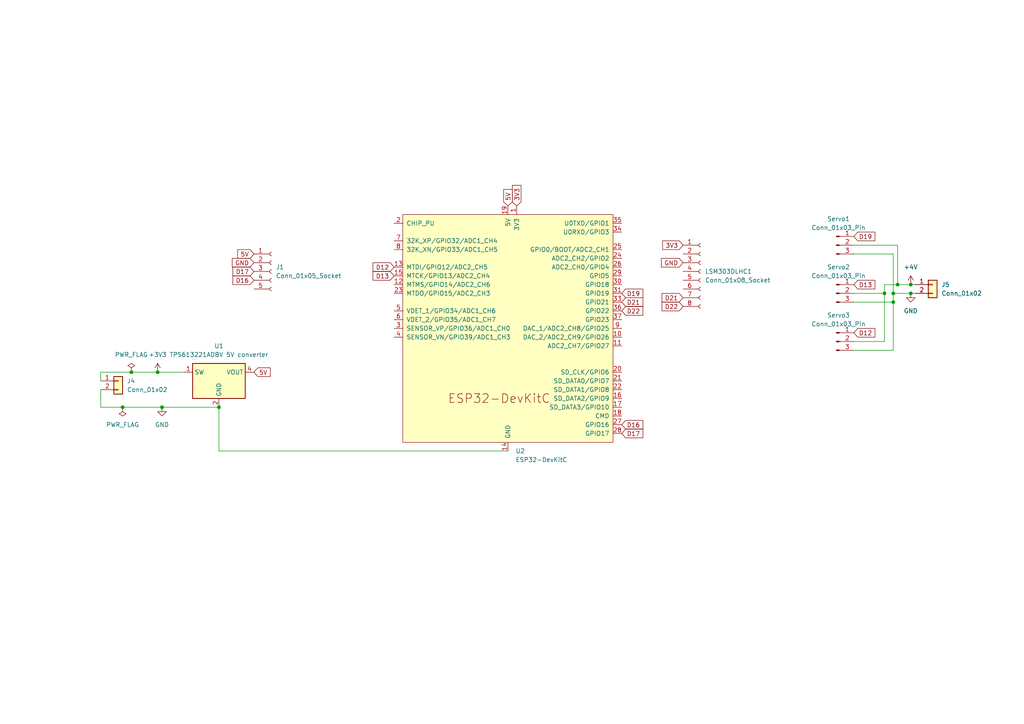
<source format=kicad_sch>
(kicad_sch (version 20230121) (generator eeschema)
  (paper "A4")
  (title_block (title "Glider") (date "2024-11-10"))
  (lib_symbols
    (symbol "Connector:Conn_01x03_Pin" (pin_names (offset 1.016) hide)
      (property "Reference" "J" (at 0 5.08 0))
      (property "Value" "Conn_01x03_Pin" (at 0 -5.08 0))
      (symbol "Conn_01x03_Pin_1_1"
        (polyline (pts (xy 1.27 -2.54) (xy 0.8636 -2.54)) (stroke (width 0.1524)))
        (polyline (pts (xy 1.27 0) (xy 0.8636 0)) (stroke (width 0.1524)))
        (polyline (pts (xy 1.27 2.54) (xy 0.8636 2.54)) (stroke (width 0.1524)))
        (rectangle (start 0.8636 -2.413) (end 0 -2.667) (stroke (width 0.1524)) (fill (type outline)))
        (rectangle (start 0.8636 0.127) (end 0 -0.127) (stroke (width 0.1524)) (fill (type outline)))
        (rectangle (start 0.8636 2.667) (end 0 2.413) (stroke (width 0.1524)) (fill (type outline)))
        (pin passive line (at 5.08 2.54 180) (length 3.81) (name "Pin_1") (number "1"))
        (pin passive line (at 5.08 0 180) (length 3.81) (name "Pin_2") (number "2"))
        (pin passive line (at 5.08 -2.54 180) (length 3.81) (name "Pin_3") (number "3"))
      )
    )
    (symbol "Connector:Conn_01x05_Socket" (pin_names (offset 1.016) hide)
      (property "Reference" "J" (at 0 7.62 0))
      (property "Value" "Conn_01x05_Socket" (at 0 -7.62 0))
      (symbol "Conn_01x05_Socket_1_1"
        (arc (start 0 -4.572) (mid -0.5058 -5.08) (end 0 -5.588) (stroke (width 0.1524)))
        (arc (start 0 -2.032) (mid -0.5058 -2.54) (end 0 -3.048) (stroke (width 0.1524)))
        (polyline (pts (xy -1.27 -5.08) (xy -0.508 -5.08)) (stroke (width 0.1524)))
        (polyline (pts (xy -1.27 -2.54) (xy -0.508 -2.54)) (stroke (width 0.1524)))
        (polyline (pts (xy -1.27 0) (xy -0.508 0)) (stroke (width 0.1524)))
        (polyline (pts (xy -1.27 2.54) (xy -0.508 2.54)) (stroke (width 0.1524)))
        (polyline (pts (xy -1.27 5.08) (xy -0.508 5.08)) (stroke (width 0.1524)))
        (arc (start 0 0.508) (mid -0.5058 0) (end 0 -0.508) (stroke (width 0.1524)))
        (arc (start 0 3.048) (mid -0.5058 2.54) (end 0 2.032) (stroke (width 0.1524)))
        (arc (start 0 5.588) (mid -0.5058 5.08) (end 0 4.572) (stroke (width 0.1524)))
        (pin passive line (at -5.08 5.08 0) (length 3.81) (name "Pin_1") (number "1"))
        (pin passive line (at -5.08 2.54 0) (length 3.81) (name "Pin_2") (number "2"))
        (pin passive line (at -5.08 0 0) (length 3.81) (name "Pin_3") (number "3"))
        (pin passive line (at -5.08 -2.54 0) (length 3.81) (name "Pin_4") (number "4"))
        (pin passive line (at -5.08 -5.08 0) (length 3.81) (name "Pin_5") (number "5"))
      )
    )
    (symbol "Connector:Conn_01x08_Socket" (pin_names (offset 1.016) hide)
      (property "Reference" "J" (at 0 10.16 0))
      (property "Value" "Conn_01x08_Socket" (at 0 -12.7 0))
      (symbol "Conn_01x08_Socket_1_1"
        (arc (start 0 -9.652) (mid -0.5058 -10.16) (end 0 -10.668) (stroke (width 0.1524)))
        (arc (start 0 -7.112) (mid -0.5058 -7.62) (end 0 -8.128) (stroke (width 0.1524)))
        (arc (start 0 -4.572) (mid -0.5058 -5.08) (end 0 -5.588) (stroke (width 0.1524)))
        (arc (start 0 -2.032) (mid -0.5058 -2.54) (end 0 -3.048) (stroke (width 0.1524)))
        (polyline (pts (xy -1.27 -10.16) (xy -0.508 -10.16)) (stroke (width 0.1524)))
        (polyline (pts (xy -1.27 -7.62) (xy -0.508 -7.62)) (stroke (width 0.1524)))
        (polyline (pts (xy -1.27 -5.08) (xy -0.508 -5.08)) (stroke (width 0.1524)))
        (polyline (pts (xy -1.27 -2.54) (xy -0.508 -2.54)) (stroke (width 0.1524)))
        (polyline (pts (xy -1.27 0) (xy -0.508 0)) (stroke (width 0.1524)))
        (polyline (pts (xy -1.27 2.54) (xy -0.508 2.54)) (stroke (width 0.1524)))
        (polyline (pts (xy -1.27 5.08) (xy -0.508 5.08)) (stroke (width 0.1524)))
        (polyline (pts (xy -1.27 7.62) (xy -0.508 7.62)) (stroke (width 0.1524)))
        (arc (start 0 0.508) (mid -0.5058 0) (end 0 -0.508) (stroke (width 0.1524)))
        (arc (start 0 3.048) (mid -0.5058 2.54) (end 0 2.032) (stroke (width 0.1524)))
        (arc (start 0 5.588) (mid -0.5058 5.08) (end 0 4.572) (stroke (width 0.1524)))
        (arc (start 0 8.128) (mid -0.5058 7.62) (end 0 7.112) (stroke (width 0.1524)))
        (pin passive line (at -5.08 7.62 0) (length 3.81) (name "Pin_1") (number "1"))
        (pin passive line (at -5.08 5.08 0) (length 3.81) (name "Pin_2") (number "2"))
        (pin passive line (at -5.08 2.54 0) (length 3.81) (name "Pin_3") (number "3"))
        (pin passive line (at -5.08 0 0) (length 3.81) (name "Pin_4") (number "4"))
        (pin passive line (at -5.08 -2.54 0) (length 3.81) (name "Pin_5") (number "5"))
        (pin passive line (at -5.08 -5.08 0) (length 3.81) (name "Pin_6") (number "6"))
        (pin passive line (at -5.08 -7.62 0) (length 3.81) (name "Pin_7") (number "7"))
        (pin passive line (at -5.08 -10.16 0) (length 3.81) (name "Pin_8") (number "8"))
      )
    )
    (symbol "Connector_Generic:Conn_01x02" (pin_names (offset 1.016) hide)
      (property "Reference" "J" (at 0 2.54 0))
      (property "Value" "Conn_01x02" (at 0 -5.08 0))
      (symbol "Conn_01x02_1_1"
        (rectangle (start -1.27 -2.413) (end 0 -2.667) (stroke (width 0.1524)))
        (rectangle (start -1.27 0.127) (end 0 -0.127) (stroke (width 0.1524)))
        (rectangle (start -1.27 1.27) (end 1.27 -3.81) (stroke (width 0.254)) (fill (type background)))
        (pin passive line (at -5.08 0 0) (length 3.81) (name "Pin_1") (number "1"))
        (pin passive line (at -5.08 -2.54 0) (length 3.81) (name "Pin_2") (number "2"))
      )
    )
    (symbol "PCM_Espressif:ESP32-DevKitC" (pin_names (offset 1.016))
      (property "Reference" "U" (at -30.48 38.1 0))
      (property "Value" "ESP32-DevKitC" (at -30.48 35.56 0))
      (symbol "ESP32-DevKitC_0_0"
        (text "ESP32-DevKitC" (at -2.54 -20.32 0) (effects (font (size 2.54 2.54))))
        (pin power_in line (at 0 -35.56 90) (length 2.54) (name "GND") (number "14"))
        (pin power_in line (at 0 35.56 270) (length 2.54) (name "5V") (number "19"))
      )
      (symbol "ESP32-DevKitC_0_1"
        (rectangle (start -30.48 33.02) (end 30.48 -33.02) (fill (type background)))
      )
      (symbol "ESP32-DevKitC_1_1"
        (pin power_in line (at 2.54 35.56 270) (length 2.54) (name "3V3") (number "1"))
        (pin bidirectional line (at 33.02 -2.54 180) (length 2.54) (name "DAC_2/ADC2_CH9/GPIO26") (number "10"))
        (pin bidirectional line (at 33.02 -5.08 180) (length 2.54) (name "ADC2_CH7/GPIO27") (number "11"))
        (pin bidirectional line (at -33.02 12.7 0) (length 2.54) (name "MTMS/GPIO14/ADC2_CH6") (number "12"))
        (pin bidirectional line (at -33.02 17.78 0) (length 2.54) (name "MTDI/GPIO12/ADC2_CH5") (number "13"))
        (pin bidirectional line (at -33.02 15.24 0) (length 2.54) (name "MTCK/GPIO13/ADC2_CH4") (number "15"))
        (pin bidirectional line (at 33.02 -20.32 180) (length 2.54) (name "SD_DATA2/GPIO9") (number "16"))
        (pin bidirectional line (at 33.02 -22.86 180) (length 2.54) (name "SD_DATA3/GPIO10") (number "17"))
        (pin bidirectional line (at 33.02 -25.4 180) (length 2.54) (name "CMD") (number "18"))
        (pin input line (at -33.02 30.48 0) (length 2.54) (name "CHIP_PU") (number "2"))
        (pin bidirectional line (at 33.02 -12.7 180) (length 2.54) (name "SD_CLK/GPIO6") (number "20"))
        (pin bidirectional line (at 33.02 -15.24 180) (length 2.54) (name "SD_DATA0/GPIO7") (number "21"))
        (pin bidirectional line (at 33.02 -17.78 180) (length 2.54) (name "SD_DATA1/GPIO8") (number "22"))
        (pin bidirectional line (at -33.02 10.16 0) (length 2.54) (name "MTDO/GPIO15/ADC2_CH3") (number "23"))
        (pin bidirectional line (at 33.02 20.32 180) (length 2.54) (name "ADC2_CH2/GPIO2") (number "24"))
        (pin bidirectional line (at 33.02 22.86 180) (length 2.54) (name "GPIO0/BOOT/ADC2_CH1") (number "25"))
        (pin bidirectional line (at 33.02 17.78 180) (length 2.54) (name "ADC2_CH0/GPIO4") (number "26"))
        (pin bidirectional line (at 33.02 -27.94 180) (length 2.54) (name "GPIO16") (number "27"))
        (pin bidirectional line (at 33.02 -30.48 180) (length 2.54) (name "GPIO17") (number "28"))
        (pin bidirectional line (at 33.02 15.24 180) (length 2.54) (name "GPIO5") (number "29"))
        (pin input line (at -33.02 0 0) (length 2.54) (name "SENSOR_VP/GPIO36/ADC1_CH0") (number "3"))
        (pin bidirectional line (at 33.02 12.7 180) (length 2.54) (name "GPIO18") (number "30"))
        (pin bidirectional line (at 33.02 10.16 180) (length 2.54) (name "GPIO19") (number "31"))
        (pin passive line (at 0 -35.56 90) (length 2.54) hide (name "GND") (number "32"))
        (pin bidirectional line (at 33.02 7.62 180) (length 2.54) (name "GPIO21") (number "33"))
        (pin bidirectional line (at 33.02 27.94 180) (length 2.54) (name "U0RXD/GPIO3") (number "34"))
        (pin bidirectional line (at 33.02 30.48 180) (length 2.54) (name "U0TXD/GPIO1") (number "35"))
        (pin bidirectional line (at 33.02 5.08 180) (length 2.54) (name "GPIO22") (number "36"))
        (pin bidirectional line (at 33.02 2.54 180) (length 2.54) (name "GPIO23") (number "37"))
        (pin passive line (at 0 -35.56 90) (length 2.54) hide (name "GND") (number "38"))
        (pin input line (at -33.02 -2.54 0) (length 2.54) (name "SENSOR_VN/GPIO39/ADC1_CH3") (number "4"))
        (pin input line (at -33.02 5.08 0) (length 2.54) (name "VDET_1/GPIO34/ADC1_CH6") (number "5"))
        (pin input line (at -33.02 2.54 0) (length 2.54) (name "VDET_2/GPIO35/ADC1_CH7") (number "6"))
        (pin bidirectional line (at -33.02 25.4 0) (length 2.54) (name "32K_XP/GPIO32/ADC1_CH4") (number "7"))
        (pin bidirectional line (at -33.02 22.86 0) (length 2.54) (name "32K_XN/GPIO33/ADC1_CH5") (number "8"))
        (pin bidirectional line (at 33.02 0 180) (length 2.54) (name "DAC_1/ADC2_CH8/GPIO25") (number "9"))
      )
    )
    (symbol "Regulator_Switching:TPS613221ADBV"
      (property "Reference" "U" (at -7.62 6.35 0))
      (property "Value" "TPS613221ADBV" (at 2.54 6.35 0))
      (symbol "TPS613221ADBV_0_1"
        (rectangle (start -7.62 5.08) (end 7.62 -5.08) (stroke (width 0.254)) (fill (type background)))
      )
      (symbol "TPS613221ADBV_1_1"
        (pin power_in line (at -10.16 2.54 0) (length 2.54) (name "SW") (number "1"))
        (pin power_in line (at 0 -7.62 90) (length 2.54) (name "GND") (number "2"))
        (pin no_connect line (at -7.62 -2.54 0) (length 2.54) hide (name "NC") (number "3"))
        (pin power_out line (at 10.16 2.54 180) (length 2.54) (name "VOUT") (number "4"))
        (pin no_connect line (at 7.62 -2.54 180) (length 2.54) hide (name "NC") (number "5"))
      )
    )
    (symbol "power:+3V3" (power) (pin_names (offset 0))
      (property "Value" "+3V3" (at 0 3.556 0))
      (symbol "+3V3_0_1"
        (polyline (pts (xy -0.762 1.27) (xy 0 2.54)))
        (polyline (pts (xy 0 0) (xy 0 2.54)))
        (polyline (pts (xy 0 2.54) (xy 0.762 1.27)))
      )
      (symbol "+3V3_1_1"
        (pin power_in line (at 0 0 90) (length 0) hide (name "+3V3") (number "1"))
      )
    )
    (symbol "power:+4V" (power) (pin_names (offset 0))
      (property "Value" "+4V" (at 0 3.556 0))
      (symbol "+4V_0_1"
        (polyline (pts (xy -0.762 1.27) (xy 0 2.54)))
        (polyline (pts (xy 0 0) (xy 0 2.54)))
        (polyline (pts (xy 0 2.54) (xy 0.762 1.27)))
      )
      (symbol "+4V_1_1"
        (pin power_in line (at 0 0 90) (length 0) hide (name "+4V") (number "1"))
      )
    )
    (symbol "power:GND" (power) (pin_names (offset 0))
      (property "Value" "GND" (at 0 -3.81 0))
      (symbol "GND_0_1"
        (polyline (pts (xy 0 0) (xy 0 -1.27) (xy 1.27 -1.27) (xy 0 -2.54) (xy -1.27 -1.27) (xy 0 -1.27)))
      )
      (symbol "GND_1_1"
        (pin power_in line (at 0 0 270) (length 0) hide (name "GND") (number "1"))
      )
    )
    (symbol "power:PWR_FLAG" (power) (pin_numbers hide) (pin_names (offset 0) hide)
      (property "Value" "PWR_FLAG" (at 0 3.81 0))
      (symbol "PWR_FLAG_0_0"
        (pin power_out line (at 0 0 90) (length 0) (name "pwr") (number "1"))
      )
      (symbol "PWR_FLAG_0_1"
        (polyline (pts (xy 0 0) (xy 0 1.27) (xy -1.016 1.905) (xy 0 2.54) (xy 1.016 1.905) (xy 0 1.27)))
      )
    )
  )
  (junction (at 259.08 87.63))
  (junction (at 264.16 85.09))
  (junction (at 264.16 82.55))
  (junction (at 38.1 107.95))
  (junction (at 46.99 118.11))
  (junction (at 35.56 118.11))
  (junction (at 260.35 82.55))
  (junction (at 256.54 85.09))
  (junction (at 45.72 107.95))
  (junction (at 63.5 118.11))
  (junction (at 259.08 85.09))
  (wire (pts (xy 259.08 101.6) (xy 259.08 87.63)))
  (wire (pts (xy 247.65 101.6) (xy 259.08 101.6)))
  (wire (pts (xy 260.35 82.55) (xy 264.16 82.55)))
  (wire (pts (xy 247.65 87.63) (xy 259.08 87.63)))
  (wire (pts (xy 46.99 118.11) (xy 35.56 118.11)))
  (wire (pts (xy 264.16 85.09) (xy 265.43 85.09)))
  (wire (pts (xy 29.21 118.11) (xy 29.21 113.03)))
  (wire (pts (xy 63.5 130.81) (xy 147.32 130.81)))
  (wire (pts (xy 29.21 118.11) (xy 35.56 118.11)))
  (wire (pts (xy 29.21 107.95) (xy 38.1 107.95)))
  (wire (pts (xy 247.65 71.12) (xy 260.35 71.12)))
  (wire (pts (xy 29.21 107.95) (xy 29.21 110.49)))
  (wire (pts (xy 247.65 73.66) (xy 259.08 73.66)))
  (wire (pts (xy 63.5 118.11) (xy 46.99 118.11)))
  (wire (pts (xy 256.54 99.06) (xy 256.54 85.09)))
  (wire (pts (xy 256.54 85.09) (xy 256.54 82.55)))
  (wire (pts (xy 256.54 82.55) (xy 260.35 82.55)))
  (wire (pts (xy 260.35 71.12) (xy 260.35 82.55)))
  (wire (pts (xy 247.65 99.06) (xy 256.54 99.06)))
  (wire (pts (xy 38.1 107.95) (xy 45.72 107.95)))
  (wire (pts (xy 63.5 118.11) (xy 63.5 130.81)))
  (wire (pts (xy 264.16 82.55) (xy 265.43 82.55)))
  (wire (pts (xy 259.08 85.09) (xy 264.16 85.09)))
  (wire (pts (xy 259.08 87.63) (xy 259.08 85.09)))
  (wire (pts (xy 53.34 107.95) (xy 45.72 107.95)))
  (wire (pts (xy 259.08 73.66) (xy 259.08 85.09)))
  (wire (pts (xy 247.65 85.09) (xy 256.54 85.09)))
  (global_label "3V3" (shape input) (at 149.86 59.69 90) (property "Intersheetrefs" "${INTERSHEET_REFS}" (effects hide)))
  (global_label "GND" (shape input) (at 198.12 76.2 180) (property "Intersheetrefs" "${INTERSHEET_REFS}" (effects hide)))
  (global_label "D17" (shape input) (at 73.66 78.74 180) (property "Intersheetrefs" "${INTERSHEET_REFS}" (effects hide)))
  (global_label "D17" (shape input) (at 180.34 125.73 0) (property "Intersheetrefs" "${INTERSHEET_REFS}" (effects hide)))
  (global_label "D16" (shape input) (at 73.66 81.28 180) (property "Intersheetrefs" "${INTERSHEET_REFS}" (effects hide)))
  (global_label "D12" (shape input) (at 114.3 77.47 180) (property "Intersheetrefs" "${INTERSHEET_REFS}" (effects hide)))
  (global_label "D16" (shape input) (at 180.34 123.19 0) (property "Intersheetrefs" "${INTERSHEET_REFS}" (effects hide)))
  (global_label "5V" (shape input) (at 73.66 107.95 0) (property "Intersheetrefs" "${INTERSHEET_REFS}" (effects hide)))
  (global_label "5V" (shape input) (at 73.66 73.66 180) (property "Intersheetrefs" "${INTERSHEET_REFS}" (effects hide)))
  (global_label "D21" (shape input) (at 198.12 86.36 180) (property "Intersheetrefs" "${INTERSHEET_REFS}" (effects hide)))
  (global_label "D22" (shape input) (at 180.34 90.17 0) (property "Intersheetrefs" "${INTERSHEET_REFS}" (effects hide)))
  (global_label "D22" (shape input) (at 198.12 88.9 180) (property "Intersheetrefs" "${INTERSHEET_REFS}" (effects hide)))
  (global_label "D13" (shape input) (at 114.3 80.01 180) (property "Intersheetrefs" "${INTERSHEET_REFS}" (effects hide)))
  (global_label "3V3" (shape input) (at 198.12 71.12 180) (property "Intersheetrefs" "${INTERSHEET_REFS}" (effects hide)))
  (global_label "5V" (shape input) (at 147.32 59.69 90) (property "Intersheetrefs" "${INTERSHEET_REFS}" (effects hide)))
  (global_label "D12" (shape input) (at 247.65 96.52 0) (property "Intersheetrefs" "${INTERSHEET_REFS}" (effects hide)))
  (global_label "D13" (shape input) (at 247.65 82.55 0) (property "Intersheetrefs" "${INTERSHEET_REFS}" (effects hide)))
  (global_label "D19" (shape input) (at 247.65 68.58 0) (property "Intersheetrefs" "${INTERSHEET_REFS}" (effects hide)))
  (global_label "D19" (shape input) (at 180.34 85.09 0) (property "Intersheetrefs" "${INTERSHEET_REFS}" (effects hide)))
  (global_label "D21" (shape input) (at 180.34 87.63 0) (property "Intersheetrefs" "${INTERSHEET_REFS}" (effects hide)))
  (global_label "GND" (shape input) (at 73.66 76.2 180) (property "Intersheetrefs" "${INTERSHEET_REFS}" (effects hide)))
  (symbol (lib_id "Connector:Conn_01x03_Pin") (at 242.57 99.06 0) (unit 1)
    (property "Reference" "Servo3" (at 243.205 91.44 0))
    (property "Value" "Conn_01x03_Pin" (at 243.205 93.98 0))
    (property "Footprint" "Connector_PinHeader_2.54mm:PinHeader_1x03_P2.54mm_Vertical" (effects hide))
  )
  (symbol (lib_id "Connector_Generic:Conn_01x02") (at 34.29 110.49 0) (unit 1)
    (property "Reference" "J4" (at 36.83 110.49 0) (effects (justify left)))
    (property "Value" "Conn_01x02" (at 36.83 113.03 0) (effects (justify left)))
    (property "Footprint" "Connector_JST:JST_PH_B2B-PH-K_1x02_P2.00mm_Vertical" (effects hide))
  )
  (symbol (lib_id "Regulator_Switching:TPS613221ADBV") (at 63.5 110.49 0) (unit 1)
    (property "Reference" "U1" (at 63.5 100.33 0))
    (property "Value" "TPS613221ADBV 5V converter" (at 63.5 102.87 0))
    (property "Footprint" "Package_TO_SOT_SMD:SOT-23-5" (effects hide))
    (property "Datasheet" "http://www.ti.com/lit/ds/symlink/tps61322.pdf" (effects hide))
  )
  (symbol (lib_id "Connector:Conn_01x03_Pin") (at 242.57 71.12 0) (unit 1)
    (property "Reference" "Servo1" (at 243.205 63.5 0))
    (property "Value" "Conn_01x03_Pin" (at 243.205 66.04 0))
    (property "Footprint" "Connector_PinHeader_2.54mm:PinHeader_1x03_P2.54mm_Vertical" (effects hide))
  )
  (symbol (lib_id "Connector_Generic:Conn_01x02") (at 270.51 82.55 0) (unit 1)
    (property "Reference" "J5" (at 273.05 82.55 0) (effects (justify left)))
    (property "Value" "Conn_01x02" (at 273.05 85.09 0) (effects (justify left)))
    (property "Footprint" "Connector_JST:JST_PH_B2B-PH-K_1x02_P2.00mm_Vertical" (effects hide))
  )
  (symbol (lib_id "power:+4V") (at 264.16 82.55 0) (unit 1)
    (property "Reference" "#PWR03" (effects hide))
    (property "Value" "+4V" (at 264.16 77.47 0))
  )
  (symbol (lib_id "Connector:Conn_01x03_Pin") (at 242.57 85.09 0) (unit 1)
    (property "Reference" "Servo2" (at 243.205 77.47 0))
    (property "Value" "Conn_01x03_Pin" (at 243.205 80.01 0))
    (property "Footprint" "Connector_PinHeader_2.54mm:PinHeader_1x03_P2.54mm_Vertical" (effects hide))
  )
  (symbol (lib_id "power:+3V3") (at 45.72 107.95 0) (unit 1)
    (property "Reference" "#PWR02" (effects hide))
    (property "Value" "+3V3" (at 45.72 102.87 0))
  )
  (symbol (lib_id "power:PWR_FLAG") (at 35.56 118.11 180) (unit 1)
    (property "Reference" "#FLG02" (effects hide))
    (property "Value" "PWR_FLAG" (at 35.56 123.19 0))
  )
  (symbol (lib_id "power:PWR_FLAG") (at 38.1 107.95 0) (unit 1)
    (property "Reference" "#FLG01" (effects hide))
    (property "Value" "PWR_FLAG" (at 38.1 102.87 0))
  )
  (symbol (lib_id "power:GND") (at 46.99 118.11 0) (unit 1)
    (property "Reference" "#PWR01" (effects hide))
    (property "Value" "GND" (at 46.99 123.19 0))
  )
  (symbol (lib_id "Connector:Conn_01x08_Socket") (at 203.2 78.74 0) (unit 1)
    (property "Reference" "LSM303DLHC1" (at 204.47 78.74 0) (effects (justify left)))
    (property "Value" "Conn_01x08_Socket" (at 204.47 81.28 0) (effects (justify left)))
    (property "Footprint" "Connector_PinSocket_2.54mm:PinSocket_1x08_P2.54mm_Vertical" (effects hide))
  )
  (symbol (lib_id "Connector:Conn_01x05_Socket") (at 78.74 78.74 0) (unit 1)
    (property "Reference" "J1" (at 80.01 77.47 0) (effects (justify left)))
    (property "Value" "Conn_01x05_Socket" (at 80.01 80.01 0) (effects (justify left)))
    (property "Footprint" "Connector_PinSocket_2.54mm:PinSocket_1x05_P2.54mm_Vertical" (effects hide))
  )
  (symbol (lib_id "PCM_Espressif:ESP32-DevKitC") (at 147.32 95.25 0) (unit 1)
    (property "Reference" "U2" (at 149.5141 130.81 0) (effects (justify left)))
    (property "Value" "ESP32-DevKitC" (at 149.5141 133.35 0) (effects (justify left)))
    (property "Footprint" "PCM_Espressif:ESP32-DevKitC" (effects hide))
    (property "Datasheet" "https://docs.espressif.com/projects/esp-idf/zh_CN/latest/esp32/hw-reference/esp32/get-started-devkitc.html" (effects hide))
  )
  (symbol (lib_id "power:GND") (at 264.16 85.09 0) (unit 1)
    (property "Reference" "#PWR04" (effects hide))
    (property "Value" "GND" (at 264.16 90.17 0))
  )
)
</source>
